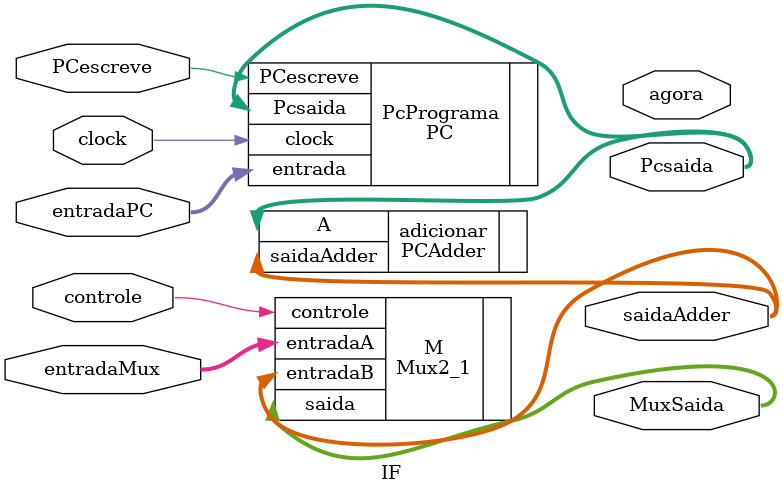
<source format=v>
module IF(
		input [31:0] entradaPC,entradaMux,
		input PCescreve, clock, controle,
		output wire [31:0] Pcsaida, MuxSaida,saidaAdder,agora

);




PC PcPrograma(
	.entrada(entradaPC),
    .PCescreve(PCescreve), 
	.clock(clock),
    .Pcsaida(Pcsaida)


);

PCAdder adicionar(
   .A(Pcsaida),
   .saidaAdder(saidaAdder)
);


Mux2_1 M(
  .entradaA(entradaMux),
  .entradaB(saidaAdder),
  .controle(controle),
  .saida(MuxSaida));

always @(*) begin
	
	
  end

endmodule

</source>
